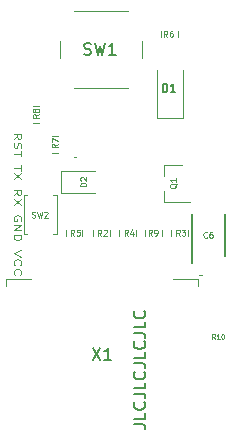
<source format=gbr>
G04 #@! TF.GenerationSoftware,KiCad,Pcbnew,(5.1.9)-1*
G04 #@! TF.CreationDate,2021-03-01T14:17:27+01:00*
G04 #@! TF.ProjectId,button timer v1.2.3_Coin_Cell[TPL5111],62757474-6f6e-4207-9469-6d6572207631,rev?*
G04 #@! TF.SameCoordinates,Original*
G04 #@! TF.FileFunction,Legend,Top*
G04 #@! TF.FilePolarity,Positive*
%FSLAX46Y46*%
G04 Gerber Fmt 4.6, Leading zero omitted, Abs format (unit mm)*
G04 Created by KiCad (PCBNEW (5.1.9)-1) date 2021-03-01 14:17:27*
%MOMM*%
%LPD*%
G01*
G04 APERTURE LIST*
%ADD10C,0.125000*%
%ADD11C,0.150000*%
%ADD12C,0.120000*%
%ADD13C,0.200000*%
%ADD14C,0.100000*%
G04 APERTURE END LIST*
D10*
X118228571Y-66214285D02*
X118514285Y-65947619D01*
X118228571Y-65757142D02*
X118828571Y-65757142D01*
X118828571Y-66061904D01*
X118800000Y-66138095D01*
X118771428Y-66176190D01*
X118714285Y-66214285D01*
X118628571Y-66214285D01*
X118571428Y-66176190D01*
X118542857Y-66138095D01*
X118514285Y-66061904D01*
X118514285Y-65757142D01*
X118257142Y-66519047D02*
X118228571Y-66633333D01*
X118228571Y-66823809D01*
X118257142Y-66900000D01*
X118285714Y-66938095D01*
X118342857Y-66976190D01*
X118400000Y-66976190D01*
X118457142Y-66938095D01*
X118485714Y-66900000D01*
X118514285Y-66823809D01*
X118542857Y-66671428D01*
X118571428Y-66595238D01*
X118600000Y-66557142D01*
X118657142Y-66519047D01*
X118714285Y-66519047D01*
X118771428Y-66557142D01*
X118800000Y-66595238D01*
X118828571Y-66671428D01*
X118828571Y-66861904D01*
X118800000Y-66976190D01*
X118828571Y-67204761D02*
X118828571Y-67661904D01*
X118228571Y-67433333D02*
X118828571Y-67433333D01*
X118828571Y-68423809D02*
X118828571Y-68880952D01*
X118228571Y-68652380D02*
X118828571Y-68652380D01*
X118828571Y-69071428D02*
X118228571Y-69604761D01*
X118828571Y-69604761D02*
X118228571Y-69071428D01*
X118228571Y-70976190D02*
X118514285Y-70709523D01*
X118228571Y-70519047D02*
X118828571Y-70519047D01*
X118828571Y-70823809D01*
X118800000Y-70900000D01*
X118771428Y-70938095D01*
X118714285Y-70976190D01*
X118628571Y-70976190D01*
X118571428Y-70938095D01*
X118542857Y-70900000D01*
X118514285Y-70823809D01*
X118514285Y-70519047D01*
X118828571Y-71242857D02*
X118228571Y-71776190D01*
X118828571Y-71776190D02*
X118228571Y-71242857D01*
X118800000Y-73109523D02*
X118828571Y-73033333D01*
X118828571Y-72919047D01*
X118800000Y-72804761D01*
X118742857Y-72728571D01*
X118685714Y-72690476D01*
X118571428Y-72652380D01*
X118485714Y-72652380D01*
X118371428Y-72690476D01*
X118314285Y-72728571D01*
X118257142Y-72804761D01*
X118228571Y-72919047D01*
X118228571Y-72995238D01*
X118257142Y-73109523D01*
X118285714Y-73147619D01*
X118485714Y-73147619D01*
X118485714Y-72995238D01*
X118228571Y-73490476D02*
X118828571Y-73490476D01*
X118228571Y-73947619D01*
X118828571Y-73947619D01*
X118228571Y-74328571D02*
X118828571Y-74328571D01*
X118828571Y-74519047D01*
X118800000Y-74633333D01*
X118742857Y-74709523D01*
X118685714Y-74747619D01*
X118571428Y-74785714D01*
X118485714Y-74785714D01*
X118371428Y-74747619D01*
X118314285Y-74709523D01*
X118257142Y-74633333D01*
X118228571Y-74519047D01*
X118228571Y-74328571D01*
X118828571Y-75623809D02*
X118228571Y-75890476D01*
X118828571Y-76157142D01*
X118285714Y-76880952D02*
X118257142Y-76842857D01*
X118228571Y-76728571D01*
X118228571Y-76652380D01*
X118257142Y-76538095D01*
X118314285Y-76461904D01*
X118371428Y-76423809D01*
X118485714Y-76385714D01*
X118571428Y-76385714D01*
X118685714Y-76423809D01*
X118742857Y-76461904D01*
X118800000Y-76538095D01*
X118828571Y-76652380D01*
X118828571Y-76728571D01*
X118800000Y-76842857D01*
X118771428Y-76880952D01*
X118285714Y-77680952D02*
X118257142Y-77642857D01*
X118228571Y-77528571D01*
X118228571Y-77452380D01*
X118257142Y-77338095D01*
X118314285Y-77261904D01*
X118371428Y-77223809D01*
X118485714Y-77185714D01*
X118571428Y-77185714D01*
X118685714Y-77223809D01*
X118742857Y-77261904D01*
X118800000Y-77338095D01*
X118828571Y-77452380D01*
X118828571Y-77528571D01*
X118800000Y-77642857D01*
X118771428Y-77680952D01*
D11*
X128357380Y-90344047D02*
X129071666Y-90344047D01*
X129214523Y-90391666D01*
X129309761Y-90486904D01*
X129357380Y-90629761D01*
X129357380Y-90725000D01*
X129357380Y-89391666D02*
X129357380Y-89867857D01*
X128357380Y-89867857D01*
X129262142Y-88486904D02*
X129309761Y-88534523D01*
X129357380Y-88677380D01*
X129357380Y-88772619D01*
X129309761Y-88915476D01*
X129214523Y-89010714D01*
X129119285Y-89058333D01*
X128928809Y-89105952D01*
X128785952Y-89105952D01*
X128595476Y-89058333D01*
X128500238Y-89010714D01*
X128405000Y-88915476D01*
X128357380Y-88772619D01*
X128357380Y-88677380D01*
X128405000Y-88534523D01*
X128452619Y-88486904D01*
X128357380Y-87772619D02*
X129071666Y-87772619D01*
X129214523Y-87820238D01*
X129309761Y-87915476D01*
X129357380Y-88058333D01*
X129357380Y-88153571D01*
X129357380Y-86820238D02*
X129357380Y-87296428D01*
X128357380Y-87296428D01*
X129262142Y-85915476D02*
X129309761Y-85963095D01*
X129357380Y-86105952D01*
X129357380Y-86201190D01*
X129309761Y-86344047D01*
X129214523Y-86439285D01*
X129119285Y-86486904D01*
X128928809Y-86534523D01*
X128785952Y-86534523D01*
X128595476Y-86486904D01*
X128500238Y-86439285D01*
X128405000Y-86344047D01*
X128357380Y-86201190D01*
X128357380Y-86105952D01*
X128405000Y-85963095D01*
X128452619Y-85915476D01*
X128357380Y-85201190D02*
X129071666Y-85201190D01*
X129214523Y-85248809D01*
X129309761Y-85344047D01*
X129357380Y-85486904D01*
X129357380Y-85582142D01*
X129357380Y-84248809D02*
X129357380Y-84725000D01*
X128357380Y-84725000D01*
X129262142Y-83344047D02*
X129309761Y-83391666D01*
X129357380Y-83534523D01*
X129357380Y-83629761D01*
X129309761Y-83772619D01*
X129214523Y-83867857D01*
X129119285Y-83915476D01*
X128928809Y-83963095D01*
X128785952Y-83963095D01*
X128595476Y-83915476D01*
X128500238Y-83867857D01*
X128405000Y-83772619D01*
X128357380Y-83629761D01*
X128357380Y-83534523D01*
X128405000Y-83391666D01*
X128452619Y-83344047D01*
X128357380Y-82629761D02*
X129071666Y-82629761D01*
X129214523Y-82677380D01*
X129309761Y-82772619D01*
X129357380Y-82915476D01*
X129357380Y-83010714D01*
X129357380Y-81677380D02*
X129357380Y-82153571D01*
X128357380Y-82153571D01*
X129262142Y-80772619D02*
X129309761Y-80820238D01*
X129357380Y-80963095D01*
X129357380Y-81058333D01*
X129309761Y-81201190D01*
X129214523Y-81296428D01*
X129119285Y-81344047D01*
X128928809Y-81391666D01*
X128785952Y-81391666D01*
X128595476Y-81344047D01*
X128500238Y-81296428D01*
X128405000Y-81201190D01*
X128357380Y-81058333D01*
X128357380Y-80963095D01*
X128405000Y-80820238D01*
X128452619Y-80772619D01*
D12*
G04 #@! TO.C,X1*
X117580000Y-78650000D02*
X117580000Y-78030000D01*
X117580000Y-78030000D02*
X119700000Y-78030000D01*
X131700000Y-78030000D02*
X133820000Y-78030000D01*
X133820000Y-78030000D02*
X133820000Y-78650000D01*
G04 #@! TO.C,Q1*
X130965000Y-68370000D02*
X130965000Y-69300000D01*
X130965000Y-71530000D02*
X130965000Y-70600000D01*
X130965000Y-71530000D02*
X133125000Y-71530000D01*
X130965000Y-68370000D02*
X132425000Y-68370000D01*
G04 #@! TO.C,D2*
X125120000Y-68920000D02*
X122235000Y-68920000D01*
X122235000Y-68920000D02*
X122235000Y-70740000D01*
X122235000Y-70740000D02*
X125120000Y-70740000D01*
G04 #@! TO.C,D1*
X130365000Y-60360000D02*
X130365000Y-64445000D01*
X130365000Y-64445000D02*
X132535000Y-64445000D01*
X132535000Y-64445000D02*
X132535000Y-60360000D01*
D13*
G04 #@! TO.C,C6*
X133321600Y-72590720D02*
X133321600Y-76715720D01*
X136121600Y-76090720D02*
X136121600Y-72590720D01*
D12*
G04 #@! TO.C,C7*
X134151635Y-77738560D02*
X133919965Y-77738560D01*
G04 #@! TO.C,C4*
X123284165Y-67750000D02*
X123515835Y-67750000D01*
G04 #@! TO.C,R4*
X128585000Y-73888748D02*
X128585000Y-74411252D01*
X127165000Y-73888748D02*
X127165000Y-74411252D01*
G04 #@! TO.C,R9*
X130735000Y-73913748D02*
X130735000Y-74436252D01*
X129315000Y-73913748D02*
X129315000Y-74436252D01*
G04 #@! TO.C,R8*
X119848748Y-63420000D02*
X120371252Y-63420000D01*
X119848748Y-64840000D02*
X120371252Y-64840000D01*
G04 #@! TO.C,R7*
X121438748Y-65930000D02*
X121961252Y-65930000D01*
X121438748Y-67350000D02*
X121961252Y-67350000D01*
G04 #@! TO.C,R6*
X130700000Y-57581252D02*
X130700000Y-57058748D01*
X132120000Y-57581252D02*
X132120000Y-57058748D01*
G04 #@! TO.C,R5*
X124035000Y-73888748D02*
X124035000Y-74411252D01*
X122615000Y-73888748D02*
X122615000Y-74411252D01*
G04 #@! TO.C,R3*
X132967800Y-73906748D02*
X132967800Y-74429252D01*
X131547800Y-73906748D02*
X131547800Y-74429252D01*
G04 #@! TO.C,R2*
X126335000Y-73913748D02*
X126335000Y-74436252D01*
X124915000Y-73913748D02*
X124915000Y-74436252D01*
G04 #@! TO.C,SW2*
X119059500Y-70930500D02*
X119359500Y-70930500D01*
X119059500Y-74230500D02*
X119059500Y-70930500D01*
X119359500Y-74230500D02*
X119059500Y-74230500D01*
X121859500Y-70930500D02*
X121559500Y-70930500D01*
X121859500Y-74230500D02*
X121859500Y-70930500D01*
X121559500Y-74230500D02*
X121859500Y-74230500D01*
G04 #@! TO.C,SW1*
X129100000Y-59380000D02*
X129100000Y-57880000D01*
X127850000Y-55380000D02*
X123350000Y-55380000D01*
X122100000Y-57880000D02*
X122100000Y-59380000D01*
X123350000Y-61880000D02*
X127850000Y-61880000D01*
G04 #@! TO.C,X1*
D11*
X124890476Y-83887380D02*
X125557142Y-84887380D01*
X125557142Y-83887380D02*
X124890476Y-84887380D01*
X126461904Y-84887380D02*
X125890476Y-84887380D01*
X126176190Y-84887380D02*
X126176190Y-83887380D01*
X126080952Y-84030238D01*
X125985714Y-84125476D01*
X125890476Y-84173095D01*
G04 #@! TO.C,Q1*
D10*
X131998809Y-69997619D02*
X131975000Y-70045238D01*
X131927380Y-70092857D01*
X131855952Y-70164285D01*
X131832142Y-70211904D01*
X131832142Y-70259523D01*
X131951190Y-70235714D02*
X131927380Y-70283333D01*
X131879761Y-70330952D01*
X131784523Y-70354761D01*
X131617857Y-70354761D01*
X131522619Y-70330952D01*
X131475000Y-70283333D01*
X131451190Y-70235714D01*
X131451190Y-70140476D01*
X131475000Y-70092857D01*
X131522619Y-70045238D01*
X131617857Y-70021428D01*
X131784523Y-70021428D01*
X131879761Y-70045238D01*
X131927380Y-70092857D01*
X131951190Y-70140476D01*
X131951190Y-70235714D01*
X131951190Y-69545238D02*
X131951190Y-69830952D01*
X131951190Y-69688095D02*
X131451190Y-69688095D01*
X131522619Y-69735714D01*
X131570238Y-69783333D01*
X131594047Y-69830952D01*
G04 #@! TO.C,D2*
X124346190Y-70199047D02*
X123846190Y-70199047D01*
X123846190Y-70080000D01*
X123870000Y-70008571D01*
X123917619Y-69960952D01*
X123965238Y-69937142D01*
X124060476Y-69913333D01*
X124131904Y-69913333D01*
X124227142Y-69937142D01*
X124274761Y-69960952D01*
X124322380Y-70008571D01*
X124346190Y-70080000D01*
X124346190Y-70199047D01*
X123893809Y-69722857D02*
X123870000Y-69699047D01*
X123846190Y-69651428D01*
X123846190Y-69532380D01*
X123870000Y-69484761D01*
X123893809Y-69460952D01*
X123941428Y-69437142D01*
X123989047Y-69437142D01*
X124060476Y-69460952D01*
X124346190Y-69746666D01*
X124346190Y-69437142D01*
G04 #@! TO.C,D1*
D11*
X130833333Y-62226666D02*
X130833333Y-61526666D01*
X131000000Y-61526666D01*
X131100000Y-61560000D01*
X131166666Y-61626666D01*
X131200000Y-61693333D01*
X131233333Y-61826666D01*
X131233333Y-61926666D01*
X131200000Y-62060000D01*
X131166666Y-62126666D01*
X131100000Y-62193333D01*
X131000000Y-62226666D01*
X130833333Y-62226666D01*
X131900000Y-62226666D02*
X131500000Y-62226666D01*
X131700000Y-62226666D02*
X131700000Y-61526666D01*
X131633333Y-61626666D01*
X131566666Y-61693333D01*
X131500000Y-61726666D01*
G04 #@! TO.C,C6*
D10*
X134588266Y-74519291D02*
X134564457Y-74543100D01*
X134493028Y-74566910D01*
X134445409Y-74566910D01*
X134373980Y-74543100D01*
X134326361Y-74495481D01*
X134302552Y-74447862D01*
X134278742Y-74352624D01*
X134278742Y-74281196D01*
X134302552Y-74185958D01*
X134326361Y-74138339D01*
X134373980Y-74090720D01*
X134445409Y-74066910D01*
X134493028Y-74066910D01*
X134564457Y-74090720D01*
X134588266Y-74114529D01*
X135016838Y-74066910D02*
X134921600Y-74066910D01*
X134873980Y-74090720D01*
X134850171Y-74114529D01*
X134802552Y-74185958D01*
X134778742Y-74281196D01*
X134778742Y-74471672D01*
X134802552Y-74519291D01*
X134826361Y-74543100D01*
X134873980Y-74566910D01*
X134969219Y-74566910D01*
X135016838Y-74543100D01*
X135040647Y-74519291D01*
X135064457Y-74471672D01*
X135064457Y-74352624D01*
X135040647Y-74305005D01*
X135016838Y-74281196D01*
X134969219Y-74257386D01*
X134873980Y-74257386D01*
X134826361Y-74281196D01*
X134802552Y-74305005D01*
X134778742Y-74352624D01*
G04 #@! TO.C,R10*
D14*
X135267857Y-83130952D02*
X135134523Y-82940476D01*
X135039285Y-83130952D02*
X135039285Y-82730952D01*
X135191666Y-82730952D01*
X135229761Y-82750000D01*
X135248809Y-82769047D01*
X135267857Y-82807142D01*
X135267857Y-82864285D01*
X135248809Y-82902380D01*
X135229761Y-82921428D01*
X135191666Y-82940476D01*
X135039285Y-82940476D01*
X135648809Y-83130952D02*
X135420238Y-83130952D01*
X135534523Y-83130952D02*
X135534523Y-82730952D01*
X135496428Y-82788095D01*
X135458333Y-82826190D01*
X135420238Y-82845238D01*
X135896428Y-82730952D02*
X135934523Y-82730952D01*
X135972619Y-82750000D01*
X135991666Y-82769047D01*
X136010714Y-82807142D01*
X136029761Y-82883333D01*
X136029761Y-82978571D01*
X136010714Y-83054761D01*
X135991666Y-83092857D01*
X135972619Y-83111904D01*
X135934523Y-83130952D01*
X135896428Y-83130952D01*
X135858333Y-83111904D01*
X135839285Y-83092857D01*
X135820238Y-83054761D01*
X135801190Y-82978571D01*
X135801190Y-82883333D01*
X135820238Y-82807142D01*
X135839285Y-82769047D01*
X135858333Y-82750000D01*
X135896428Y-82730952D01*
G04 #@! TO.C,R4*
D10*
X127891666Y-74376190D02*
X127725000Y-74138095D01*
X127605952Y-74376190D02*
X127605952Y-73876190D01*
X127796428Y-73876190D01*
X127844047Y-73900000D01*
X127867857Y-73923809D01*
X127891666Y-73971428D01*
X127891666Y-74042857D01*
X127867857Y-74090476D01*
X127844047Y-74114285D01*
X127796428Y-74138095D01*
X127605952Y-74138095D01*
X128320238Y-74042857D02*
X128320238Y-74376190D01*
X128201190Y-73852380D02*
X128082142Y-74209523D01*
X128391666Y-74209523D01*
G04 #@! TO.C,R9*
X129916666Y-74376190D02*
X129750000Y-74138095D01*
X129630952Y-74376190D02*
X129630952Y-73876190D01*
X129821428Y-73876190D01*
X129869047Y-73900000D01*
X129892857Y-73923809D01*
X129916666Y-73971428D01*
X129916666Y-74042857D01*
X129892857Y-74090476D01*
X129869047Y-74114285D01*
X129821428Y-74138095D01*
X129630952Y-74138095D01*
X130154761Y-74376190D02*
X130250000Y-74376190D01*
X130297619Y-74352380D01*
X130321428Y-74328571D01*
X130369047Y-74257142D01*
X130392857Y-74161904D01*
X130392857Y-73971428D01*
X130369047Y-73923809D01*
X130345238Y-73900000D01*
X130297619Y-73876190D01*
X130202380Y-73876190D01*
X130154761Y-73900000D01*
X130130952Y-73923809D01*
X130107142Y-73971428D01*
X130107142Y-74090476D01*
X130130952Y-74138095D01*
X130154761Y-74161904D01*
X130202380Y-74185714D01*
X130297619Y-74185714D01*
X130345238Y-74161904D01*
X130369047Y-74138095D01*
X130392857Y-74090476D01*
G04 #@! TO.C,R8*
X120336190Y-64113333D02*
X120098095Y-64280000D01*
X120336190Y-64399047D02*
X119836190Y-64399047D01*
X119836190Y-64208571D01*
X119860000Y-64160952D01*
X119883809Y-64137142D01*
X119931428Y-64113333D01*
X120002857Y-64113333D01*
X120050476Y-64137142D01*
X120074285Y-64160952D01*
X120098095Y-64208571D01*
X120098095Y-64399047D01*
X120050476Y-63827619D02*
X120026666Y-63875238D01*
X120002857Y-63899047D01*
X119955238Y-63922857D01*
X119931428Y-63922857D01*
X119883809Y-63899047D01*
X119860000Y-63875238D01*
X119836190Y-63827619D01*
X119836190Y-63732380D01*
X119860000Y-63684761D01*
X119883809Y-63660952D01*
X119931428Y-63637142D01*
X119955238Y-63637142D01*
X120002857Y-63660952D01*
X120026666Y-63684761D01*
X120050476Y-63732380D01*
X120050476Y-63827619D01*
X120074285Y-63875238D01*
X120098095Y-63899047D01*
X120145714Y-63922857D01*
X120240952Y-63922857D01*
X120288571Y-63899047D01*
X120312380Y-63875238D01*
X120336190Y-63827619D01*
X120336190Y-63732380D01*
X120312380Y-63684761D01*
X120288571Y-63660952D01*
X120240952Y-63637142D01*
X120145714Y-63637142D01*
X120098095Y-63660952D01*
X120074285Y-63684761D01*
X120050476Y-63732380D01*
G04 #@! TO.C,R7*
X121926190Y-66623333D02*
X121688095Y-66790000D01*
X121926190Y-66909047D02*
X121426190Y-66909047D01*
X121426190Y-66718571D01*
X121450000Y-66670952D01*
X121473809Y-66647142D01*
X121521428Y-66623333D01*
X121592857Y-66623333D01*
X121640476Y-66647142D01*
X121664285Y-66670952D01*
X121688095Y-66718571D01*
X121688095Y-66909047D01*
X121426190Y-66456666D02*
X121426190Y-66123333D01*
X121926190Y-66337619D01*
G04 #@! TO.C,R6*
X131226666Y-57546190D02*
X131060000Y-57308095D01*
X130940952Y-57546190D02*
X130940952Y-57046190D01*
X131131428Y-57046190D01*
X131179047Y-57070000D01*
X131202857Y-57093809D01*
X131226666Y-57141428D01*
X131226666Y-57212857D01*
X131202857Y-57260476D01*
X131179047Y-57284285D01*
X131131428Y-57308095D01*
X130940952Y-57308095D01*
X131655238Y-57046190D02*
X131560000Y-57046190D01*
X131512380Y-57070000D01*
X131488571Y-57093809D01*
X131440952Y-57165238D01*
X131417142Y-57260476D01*
X131417142Y-57450952D01*
X131440952Y-57498571D01*
X131464761Y-57522380D01*
X131512380Y-57546190D01*
X131607619Y-57546190D01*
X131655238Y-57522380D01*
X131679047Y-57498571D01*
X131702857Y-57450952D01*
X131702857Y-57331904D01*
X131679047Y-57284285D01*
X131655238Y-57260476D01*
X131607619Y-57236666D01*
X131512380Y-57236666D01*
X131464761Y-57260476D01*
X131440952Y-57284285D01*
X131417142Y-57331904D01*
G04 #@! TO.C,R5*
X123341666Y-74376190D02*
X123175000Y-74138095D01*
X123055952Y-74376190D02*
X123055952Y-73876190D01*
X123246428Y-73876190D01*
X123294047Y-73900000D01*
X123317857Y-73923809D01*
X123341666Y-73971428D01*
X123341666Y-74042857D01*
X123317857Y-74090476D01*
X123294047Y-74114285D01*
X123246428Y-74138095D01*
X123055952Y-74138095D01*
X123794047Y-73876190D02*
X123555952Y-73876190D01*
X123532142Y-74114285D01*
X123555952Y-74090476D01*
X123603571Y-74066666D01*
X123722619Y-74066666D01*
X123770238Y-74090476D01*
X123794047Y-74114285D01*
X123817857Y-74161904D01*
X123817857Y-74280952D01*
X123794047Y-74328571D01*
X123770238Y-74352380D01*
X123722619Y-74376190D01*
X123603571Y-74376190D01*
X123555952Y-74352380D01*
X123532142Y-74328571D01*
G04 #@! TO.C,R3*
X132274466Y-74394190D02*
X132107800Y-74156095D01*
X131988752Y-74394190D02*
X131988752Y-73894190D01*
X132179228Y-73894190D01*
X132226847Y-73918000D01*
X132250657Y-73941809D01*
X132274466Y-73989428D01*
X132274466Y-74060857D01*
X132250657Y-74108476D01*
X132226847Y-74132285D01*
X132179228Y-74156095D01*
X131988752Y-74156095D01*
X132441133Y-73894190D02*
X132750657Y-73894190D01*
X132583990Y-74084666D01*
X132655419Y-74084666D01*
X132703038Y-74108476D01*
X132726847Y-74132285D01*
X132750657Y-74179904D01*
X132750657Y-74298952D01*
X132726847Y-74346571D01*
X132703038Y-74370380D01*
X132655419Y-74394190D01*
X132512561Y-74394190D01*
X132464942Y-74370380D01*
X132441133Y-74346571D01*
G04 #@! TO.C,R2*
X125641666Y-74401190D02*
X125475000Y-74163095D01*
X125355952Y-74401190D02*
X125355952Y-73901190D01*
X125546428Y-73901190D01*
X125594047Y-73925000D01*
X125617857Y-73948809D01*
X125641666Y-73996428D01*
X125641666Y-74067857D01*
X125617857Y-74115476D01*
X125594047Y-74139285D01*
X125546428Y-74163095D01*
X125355952Y-74163095D01*
X125832142Y-73948809D02*
X125855952Y-73925000D01*
X125903571Y-73901190D01*
X126022619Y-73901190D01*
X126070238Y-73925000D01*
X126094047Y-73948809D01*
X126117857Y-73996428D01*
X126117857Y-74044047D01*
X126094047Y-74115476D01*
X125808333Y-74401190D01*
X126117857Y-74401190D01*
G04 #@! TO.C,SW2*
X119742833Y-72832880D02*
X119814261Y-72856690D01*
X119933309Y-72856690D01*
X119980928Y-72832880D01*
X120004738Y-72809071D01*
X120028547Y-72761452D01*
X120028547Y-72713833D01*
X120004738Y-72666214D01*
X119980928Y-72642404D01*
X119933309Y-72618595D01*
X119838071Y-72594785D01*
X119790452Y-72570976D01*
X119766642Y-72547166D01*
X119742833Y-72499547D01*
X119742833Y-72451928D01*
X119766642Y-72404309D01*
X119790452Y-72380500D01*
X119838071Y-72356690D01*
X119957119Y-72356690D01*
X120028547Y-72380500D01*
X120195214Y-72356690D02*
X120314261Y-72856690D01*
X120409500Y-72499547D01*
X120504738Y-72856690D01*
X120623785Y-72356690D01*
X120790452Y-72404309D02*
X120814261Y-72380500D01*
X120861880Y-72356690D01*
X120980928Y-72356690D01*
X121028547Y-72380500D01*
X121052357Y-72404309D01*
X121076166Y-72451928D01*
X121076166Y-72499547D01*
X121052357Y-72570976D01*
X120766642Y-72856690D01*
X121076166Y-72856690D01*
G04 #@! TO.C,SW1*
D11*
X124166666Y-59034761D02*
X124309523Y-59082380D01*
X124547619Y-59082380D01*
X124642857Y-59034761D01*
X124690476Y-58987142D01*
X124738095Y-58891904D01*
X124738095Y-58796666D01*
X124690476Y-58701428D01*
X124642857Y-58653809D01*
X124547619Y-58606190D01*
X124357142Y-58558571D01*
X124261904Y-58510952D01*
X124214285Y-58463333D01*
X124166666Y-58368095D01*
X124166666Y-58272857D01*
X124214285Y-58177619D01*
X124261904Y-58130000D01*
X124357142Y-58082380D01*
X124595238Y-58082380D01*
X124738095Y-58130000D01*
X125071428Y-58082380D02*
X125309523Y-59082380D01*
X125500000Y-58368095D01*
X125690476Y-59082380D01*
X125928571Y-58082380D01*
X126833333Y-59082380D02*
X126261904Y-59082380D01*
X126547619Y-59082380D02*
X126547619Y-58082380D01*
X126452380Y-58225238D01*
X126357142Y-58320476D01*
X126261904Y-58368095D01*
G04 #@! TD*
M02*

</source>
